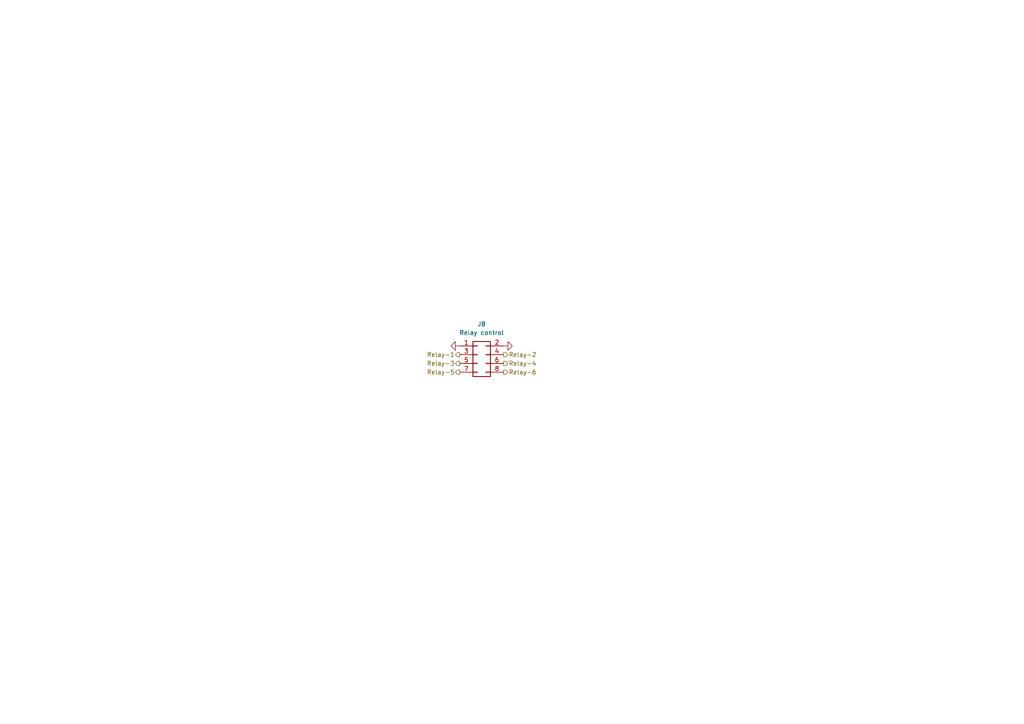
<source format=kicad_sch>
(kicad_sch (version 20211123) (generator eeschema)
  (paper "A4")
  (lib_symbols
    (symbol "Components:Conn_02x04_Odd_Even" (pin_names (offset 1.016) hide)
      (property "Reference" "J8" (at 1.27 8.89 0))
      (property "Value" "Conn_02x04_Odd_Even" (at 1.27 6.35 0))
      (symbol "Conn_02x04_Odd_Even_1_1"
        (rectangle (start -1.27 -4.953) (end 0 -5.207) (stroke (width 0.1524)))
        (rectangle (start -1.27 -2.413) (end 0 -2.667) (stroke (width 0.1524)))
        (rectangle (start -1.27 0.127) (end 0 -0.127) (stroke (width 0.1524)))
        (rectangle (start -1.27 2.667) (end 0 2.413) (stroke (width 0.1524)))
        (rectangle (start -1.27 3.81) (end 3.81 -6.35) (stroke (width 0.254)))
        (rectangle (start 3.81 -4.953) (end 2.54 -5.207) (stroke (width 0.1524)))
        (rectangle (start 3.81 -2.413) (end 2.54 -2.667) (stroke (width 0.1524)))
        (rectangle (start 3.81 0.127) (end 2.54 -0.127) (stroke (width 0.1524)))
        (rectangle (start 3.81 2.667) (end 2.54 2.413) (stroke (width 0.1524)))
        (pin passive line (at -5.08 2.54 0) (length 3.81) (name "Pin_1") (number "1"))
        (pin passive line (at 7.62 2.54 180) (length 3.81) (name "Pin_2") (number "2"))
        (pin passive line (at -5.08 0 0) (length 3.81) (name "Pin_3") (number "3"))
        (pin passive line (at 7.62 0 180) (length 3.81) (name "Pin_4") (number "4"))
        (pin passive line (at -5.08 -2.54 0) (length 3.81) (name "Pin_5") (number "5"))
        (pin passive line (at 7.62 -2.54 180) (length 3.81) (name "Pin_6") (number "6"))
        (pin passive line (at -5.08 -5.08 0) (length 3.81) (name "Pin_7") (number "7"))
        (pin passive line (at 7.62 -5.08 180) (length 3.81) (name "Pin_8") (number "8"))
      )
    )
    (symbol "power:GND" (power) (pin_names (offset 0))
      (property "Value" "GND" (at 0 -3.81 0))
      (symbol "GND_0_1"
        (polyline (pts (xy 0 0) (xy 0 -1.27) (xy 1.27 -1.27) (xy 0 -2.54) (xy -1.27 -1.27) (xy 0 -1.27)))
      )
      (symbol "GND_1_1"
        (pin power_in line (at 0 0 270) (length 0) hide (name "GND") (number "1"))
      )
    )
  )
  (hierarchical_label "Relay-5" (shape output) (at 133.35 107.95 180))
  (hierarchical_label "Relay-6" (shape output) (at 146.05 107.95 0))
  (hierarchical_label "Relay-2" (shape output) (at 146.05 102.87 0))
  (hierarchical_label "Relay-1" (shape output) (at 133.35 102.87 180))
  (hierarchical_label "Relay-3" (shape output) (at 133.35 105.41 180))
  (hierarchical_label "Relay-4" (shape output) (at 146.05 105.41 0))
  (symbol (lib_id "power:GND") (at 146.05 100.33 90) (unit 1)
    (property "Reference" "#PWR040" (effects hide))
    (property "Value" "GND" (effects hide))
  )
  (symbol (lib_id "power:GND") (at 133.35 100.33 270) (mirror x) (unit 1)
    (property "Reference" "#PWR039" (effects hide))
    (property "Value" "GND" (effects hide))
  )
  (symbol (lib_id "Components:Conn_02x04_Odd_Even") (at 138.43 102.87 0) (unit 1)
    (property "Reference" "J8" (at 139.7 93.98 0))
    (property "Value" "Relay control" (at 139.7 96.52 0))
    (property "Footprint" "Connector_PinHeader_2.54mm:PinHeader_2x04_P2.54mm_Vertical" (effects hide))
  )
)
</source>
